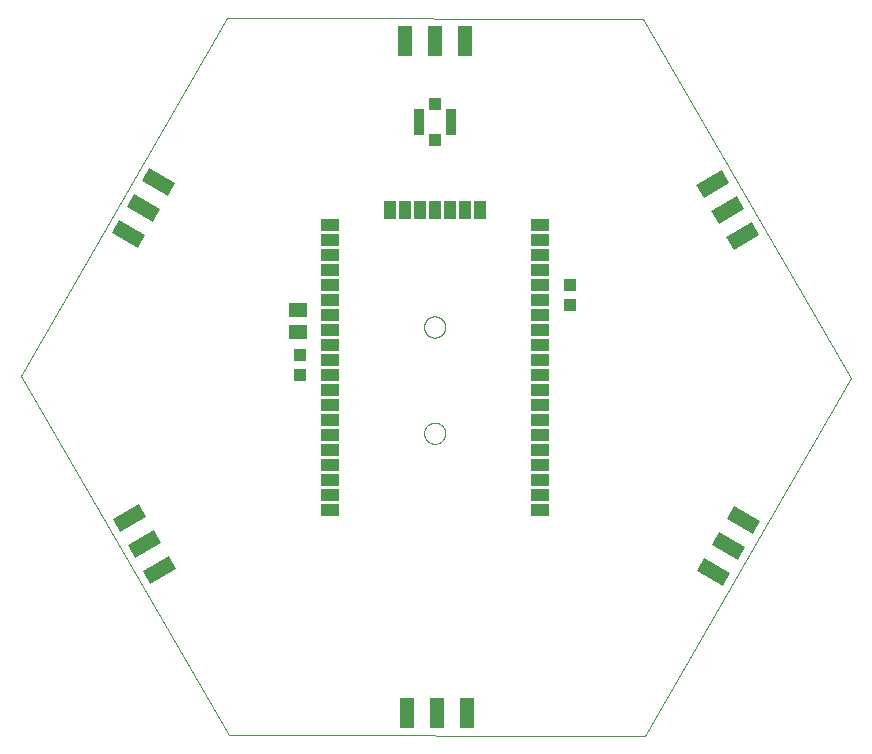
<source format=gbp>
G75*
%MOIN*%
%OFA0B0*%
%FSLAX25Y25*%
%IPPOS*%
%LPD*%
%AMOC8*
5,1,8,0,0,1.08239X$1,22.5*
%
%ADD10C,0.00000*%
%ADD11R,0.05906X0.05118*%
%ADD12R,0.03937X0.04331*%
%ADD13R,0.05000X0.10000*%
%ADD14R,0.10000X0.05000*%
%ADD15R,0.04331X0.03937*%
%ADD16R,0.06000X0.04000*%
%ADD17R,0.04000X0.06000*%
%ADD18R,0.03346X0.08661*%
%ADD19R,0.03937X0.04134*%
D10*
X0156177Y0131750D02*
X0294617Y0131378D01*
X0363514Y0250712D01*
X0293972Y0370419D01*
X0155532Y0370791D01*
X0086634Y0251457D01*
X0156177Y0131750D01*
X0221063Y0232287D02*
X0221065Y0232405D01*
X0221071Y0232524D01*
X0221081Y0232642D01*
X0221095Y0232759D01*
X0221112Y0232876D01*
X0221134Y0232993D01*
X0221160Y0233108D01*
X0221189Y0233223D01*
X0221222Y0233337D01*
X0221259Y0233449D01*
X0221300Y0233560D01*
X0221344Y0233670D01*
X0221392Y0233778D01*
X0221444Y0233885D01*
X0221499Y0233990D01*
X0221558Y0234093D01*
X0221620Y0234193D01*
X0221685Y0234292D01*
X0221754Y0234389D01*
X0221825Y0234483D01*
X0221900Y0234574D01*
X0221978Y0234664D01*
X0222059Y0234750D01*
X0222143Y0234834D01*
X0222229Y0234915D01*
X0222319Y0234993D01*
X0222410Y0235068D01*
X0222504Y0235139D01*
X0222601Y0235208D01*
X0222700Y0235273D01*
X0222800Y0235335D01*
X0222903Y0235394D01*
X0223008Y0235449D01*
X0223115Y0235501D01*
X0223223Y0235549D01*
X0223333Y0235593D01*
X0223444Y0235634D01*
X0223556Y0235671D01*
X0223670Y0235704D01*
X0223785Y0235733D01*
X0223900Y0235759D01*
X0224017Y0235781D01*
X0224134Y0235798D01*
X0224251Y0235812D01*
X0224369Y0235822D01*
X0224488Y0235828D01*
X0224606Y0235830D01*
X0224724Y0235828D01*
X0224843Y0235822D01*
X0224961Y0235812D01*
X0225078Y0235798D01*
X0225195Y0235781D01*
X0225312Y0235759D01*
X0225427Y0235733D01*
X0225542Y0235704D01*
X0225656Y0235671D01*
X0225768Y0235634D01*
X0225879Y0235593D01*
X0225989Y0235549D01*
X0226097Y0235501D01*
X0226204Y0235449D01*
X0226309Y0235394D01*
X0226412Y0235335D01*
X0226512Y0235273D01*
X0226611Y0235208D01*
X0226708Y0235139D01*
X0226802Y0235068D01*
X0226893Y0234993D01*
X0226983Y0234915D01*
X0227069Y0234834D01*
X0227153Y0234750D01*
X0227234Y0234664D01*
X0227312Y0234574D01*
X0227387Y0234483D01*
X0227458Y0234389D01*
X0227527Y0234292D01*
X0227592Y0234193D01*
X0227654Y0234093D01*
X0227713Y0233990D01*
X0227768Y0233885D01*
X0227820Y0233778D01*
X0227868Y0233670D01*
X0227912Y0233560D01*
X0227953Y0233449D01*
X0227990Y0233337D01*
X0228023Y0233223D01*
X0228052Y0233108D01*
X0228078Y0232993D01*
X0228100Y0232876D01*
X0228117Y0232759D01*
X0228131Y0232642D01*
X0228141Y0232524D01*
X0228147Y0232405D01*
X0228149Y0232287D01*
X0228147Y0232169D01*
X0228141Y0232050D01*
X0228131Y0231932D01*
X0228117Y0231815D01*
X0228100Y0231698D01*
X0228078Y0231581D01*
X0228052Y0231466D01*
X0228023Y0231351D01*
X0227990Y0231237D01*
X0227953Y0231125D01*
X0227912Y0231014D01*
X0227868Y0230904D01*
X0227820Y0230796D01*
X0227768Y0230689D01*
X0227713Y0230584D01*
X0227654Y0230481D01*
X0227592Y0230381D01*
X0227527Y0230282D01*
X0227458Y0230185D01*
X0227387Y0230091D01*
X0227312Y0230000D01*
X0227234Y0229910D01*
X0227153Y0229824D01*
X0227069Y0229740D01*
X0226983Y0229659D01*
X0226893Y0229581D01*
X0226802Y0229506D01*
X0226708Y0229435D01*
X0226611Y0229366D01*
X0226512Y0229301D01*
X0226412Y0229239D01*
X0226309Y0229180D01*
X0226204Y0229125D01*
X0226097Y0229073D01*
X0225989Y0229025D01*
X0225879Y0228981D01*
X0225768Y0228940D01*
X0225656Y0228903D01*
X0225542Y0228870D01*
X0225427Y0228841D01*
X0225312Y0228815D01*
X0225195Y0228793D01*
X0225078Y0228776D01*
X0224961Y0228762D01*
X0224843Y0228752D01*
X0224724Y0228746D01*
X0224606Y0228744D01*
X0224488Y0228746D01*
X0224369Y0228752D01*
X0224251Y0228762D01*
X0224134Y0228776D01*
X0224017Y0228793D01*
X0223900Y0228815D01*
X0223785Y0228841D01*
X0223670Y0228870D01*
X0223556Y0228903D01*
X0223444Y0228940D01*
X0223333Y0228981D01*
X0223223Y0229025D01*
X0223115Y0229073D01*
X0223008Y0229125D01*
X0222903Y0229180D01*
X0222800Y0229239D01*
X0222700Y0229301D01*
X0222601Y0229366D01*
X0222504Y0229435D01*
X0222410Y0229506D01*
X0222319Y0229581D01*
X0222229Y0229659D01*
X0222143Y0229740D01*
X0222059Y0229824D01*
X0221978Y0229910D01*
X0221900Y0230000D01*
X0221825Y0230091D01*
X0221754Y0230185D01*
X0221685Y0230282D01*
X0221620Y0230381D01*
X0221558Y0230481D01*
X0221499Y0230584D01*
X0221444Y0230689D01*
X0221392Y0230796D01*
X0221344Y0230904D01*
X0221300Y0231014D01*
X0221259Y0231125D01*
X0221222Y0231237D01*
X0221189Y0231351D01*
X0221160Y0231466D01*
X0221134Y0231581D01*
X0221112Y0231698D01*
X0221095Y0231815D01*
X0221081Y0231932D01*
X0221071Y0232050D01*
X0221065Y0232169D01*
X0221063Y0232287D01*
X0221063Y0267720D02*
X0221065Y0267838D01*
X0221071Y0267957D01*
X0221081Y0268075D01*
X0221095Y0268192D01*
X0221112Y0268309D01*
X0221134Y0268426D01*
X0221160Y0268541D01*
X0221189Y0268656D01*
X0221222Y0268770D01*
X0221259Y0268882D01*
X0221300Y0268993D01*
X0221344Y0269103D01*
X0221392Y0269211D01*
X0221444Y0269318D01*
X0221499Y0269423D01*
X0221558Y0269526D01*
X0221620Y0269626D01*
X0221685Y0269725D01*
X0221754Y0269822D01*
X0221825Y0269916D01*
X0221900Y0270007D01*
X0221978Y0270097D01*
X0222059Y0270183D01*
X0222143Y0270267D01*
X0222229Y0270348D01*
X0222319Y0270426D01*
X0222410Y0270501D01*
X0222504Y0270572D01*
X0222601Y0270641D01*
X0222700Y0270706D01*
X0222800Y0270768D01*
X0222903Y0270827D01*
X0223008Y0270882D01*
X0223115Y0270934D01*
X0223223Y0270982D01*
X0223333Y0271026D01*
X0223444Y0271067D01*
X0223556Y0271104D01*
X0223670Y0271137D01*
X0223785Y0271166D01*
X0223900Y0271192D01*
X0224017Y0271214D01*
X0224134Y0271231D01*
X0224251Y0271245D01*
X0224369Y0271255D01*
X0224488Y0271261D01*
X0224606Y0271263D01*
X0224724Y0271261D01*
X0224843Y0271255D01*
X0224961Y0271245D01*
X0225078Y0271231D01*
X0225195Y0271214D01*
X0225312Y0271192D01*
X0225427Y0271166D01*
X0225542Y0271137D01*
X0225656Y0271104D01*
X0225768Y0271067D01*
X0225879Y0271026D01*
X0225989Y0270982D01*
X0226097Y0270934D01*
X0226204Y0270882D01*
X0226309Y0270827D01*
X0226412Y0270768D01*
X0226512Y0270706D01*
X0226611Y0270641D01*
X0226708Y0270572D01*
X0226802Y0270501D01*
X0226893Y0270426D01*
X0226983Y0270348D01*
X0227069Y0270267D01*
X0227153Y0270183D01*
X0227234Y0270097D01*
X0227312Y0270007D01*
X0227387Y0269916D01*
X0227458Y0269822D01*
X0227527Y0269725D01*
X0227592Y0269626D01*
X0227654Y0269526D01*
X0227713Y0269423D01*
X0227768Y0269318D01*
X0227820Y0269211D01*
X0227868Y0269103D01*
X0227912Y0268993D01*
X0227953Y0268882D01*
X0227990Y0268770D01*
X0228023Y0268656D01*
X0228052Y0268541D01*
X0228078Y0268426D01*
X0228100Y0268309D01*
X0228117Y0268192D01*
X0228131Y0268075D01*
X0228141Y0267957D01*
X0228147Y0267838D01*
X0228149Y0267720D01*
X0228147Y0267602D01*
X0228141Y0267483D01*
X0228131Y0267365D01*
X0228117Y0267248D01*
X0228100Y0267131D01*
X0228078Y0267014D01*
X0228052Y0266899D01*
X0228023Y0266784D01*
X0227990Y0266670D01*
X0227953Y0266558D01*
X0227912Y0266447D01*
X0227868Y0266337D01*
X0227820Y0266229D01*
X0227768Y0266122D01*
X0227713Y0266017D01*
X0227654Y0265914D01*
X0227592Y0265814D01*
X0227527Y0265715D01*
X0227458Y0265618D01*
X0227387Y0265524D01*
X0227312Y0265433D01*
X0227234Y0265343D01*
X0227153Y0265257D01*
X0227069Y0265173D01*
X0226983Y0265092D01*
X0226893Y0265014D01*
X0226802Y0264939D01*
X0226708Y0264868D01*
X0226611Y0264799D01*
X0226512Y0264734D01*
X0226412Y0264672D01*
X0226309Y0264613D01*
X0226204Y0264558D01*
X0226097Y0264506D01*
X0225989Y0264458D01*
X0225879Y0264414D01*
X0225768Y0264373D01*
X0225656Y0264336D01*
X0225542Y0264303D01*
X0225427Y0264274D01*
X0225312Y0264248D01*
X0225195Y0264226D01*
X0225078Y0264209D01*
X0224961Y0264195D01*
X0224843Y0264185D01*
X0224724Y0264179D01*
X0224606Y0264177D01*
X0224488Y0264179D01*
X0224369Y0264185D01*
X0224251Y0264195D01*
X0224134Y0264209D01*
X0224017Y0264226D01*
X0223900Y0264248D01*
X0223785Y0264274D01*
X0223670Y0264303D01*
X0223556Y0264336D01*
X0223444Y0264373D01*
X0223333Y0264414D01*
X0223223Y0264458D01*
X0223115Y0264506D01*
X0223008Y0264558D01*
X0222903Y0264613D01*
X0222800Y0264672D01*
X0222700Y0264734D01*
X0222601Y0264799D01*
X0222504Y0264868D01*
X0222410Y0264939D01*
X0222319Y0265014D01*
X0222229Y0265092D01*
X0222143Y0265173D01*
X0222059Y0265257D01*
X0221978Y0265343D01*
X0221900Y0265433D01*
X0221825Y0265524D01*
X0221754Y0265618D01*
X0221685Y0265715D01*
X0221620Y0265814D01*
X0221558Y0265914D01*
X0221499Y0266017D01*
X0221444Y0266122D01*
X0221392Y0266229D01*
X0221344Y0266337D01*
X0221300Y0266447D01*
X0221259Y0266558D01*
X0221222Y0266670D01*
X0221189Y0266784D01*
X0221160Y0266899D01*
X0221134Y0267014D01*
X0221112Y0267131D01*
X0221095Y0267248D01*
X0221081Y0267365D01*
X0221071Y0267483D01*
X0221065Y0267602D01*
X0221063Y0267720D01*
D11*
X0179174Y0265922D03*
X0179174Y0273402D03*
D12*
X0179875Y0258260D03*
X0179875Y0251567D03*
D13*
X0215397Y0139064D03*
X0225397Y0139064D03*
X0235397Y0139064D03*
X0234752Y0363105D03*
X0224752Y0363105D03*
X0214752Y0363105D03*
D14*
G36*
X0135658Y0311369D02*
X0126998Y0316368D01*
X0129498Y0320699D01*
X0138158Y0315700D01*
X0135658Y0311369D01*
G37*
G36*
X0130658Y0302709D02*
X0121998Y0307708D01*
X0124498Y0312039D01*
X0133158Y0307040D01*
X0130658Y0302709D01*
G37*
G36*
X0125658Y0294049D02*
X0116998Y0299048D01*
X0119498Y0303379D01*
X0128158Y0298380D01*
X0125658Y0294049D01*
G37*
G36*
X0128481Y0204348D02*
X0119821Y0199349D01*
X0117321Y0203680D01*
X0125981Y0208679D01*
X0128481Y0204348D01*
G37*
G36*
X0133481Y0195688D02*
X0124821Y0190689D01*
X0122321Y0195020D01*
X0130981Y0200019D01*
X0133481Y0195688D01*
G37*
G36*
X0138481Y0187027D02*
X0129821Y0182028D01*
X0127321Y0186359D01*
X0135981Y0191358D01*
X0138481Y0187027D01*
G37*
G36*
X0314490Y0190800D02*
X0323150Y0185801D01*
X0320650Y0181470D01*
X0311990Y0186469D01*
X0314490Y0190800D01*
G37*
G36*
X0319490Y0199460D02*
X0328150Y0194461D01*
X0325650Y0190130D01*
X0316990Y0195129D01*
X0319490Y0199460D01*
G37*
G36*
X0324490Y0208120D02*
X0333150Y0203121D01*
X0330650Y0198790D01*
X0321990Y0203789D01*
X0324490Y0208120D01*
G37*
G36*
X0321713Y0297758D02*
X0330373Y0302757D01*
X0332873Y0298426D01*
X0324213Y0293427D01*
X0321713Y0297758D01*
G37*
G36*
X0316713Y0306418D02*
X0325373Y0311417D01*
X0327873Y0307086D01*
X0319213Y0302087D01*
X0316713Y0306418D01*
G37*
G36*
X0311713Y0315078D02*
X0320373Y0320077D01*
X0322873Y0315746D01*
X0314213Y0310747D01*
X0311713Y0315078D01*
G37*
D15*
X0269875Y0281760D03*
X0269875Y0275067D03*
D16*
X0259687Y0276719D03*
X0259687Y0271719D03*
X0259687Y0266719D03*
X0259687Y0261719D03*
X0259687Y0256719D03*
X0259687Y0251719D03*
X0259687Y0246719D03*
X0259687Y0241719D03*
X0259687Y0236719D03*
X0259687Y0231719D03*
X0259687Y0226719D03*
X0259687Y0221719D03*
X0259687Y0216719D03*
X0259687Y0211719D03*
X0259687Y0206719D03*
X0189687Y0206719D03*
X0189687Y0211719D03*
X0189687Y0216719D03*
X0189687Y0221719D03*
X0189687Y0226719D03*
X0189687Y0231719D03*
X0189687Y0236719D03*
X0189687Y0241719D03*
X0189687Y0246719D03*
X0189687Y0251719D03*
X0189687Y0256719D03*
X0189687Y0261719D03*
X0189687Y0266719D03*
X0189687Y0271719D03*
X0189687Y0276719D03*
X0189687Y0281719D03*
X0189687Y0286719D03*
X0189687Y0291719D03*
X0189687Y0296719D03*
X0189687Y0301719D03*
X0259687Y0301719D03*
X0259687Y0296719D03*
X0259687Y0291719D03*
X0259687Y0286719D03*
X0259687Y0281719D03*
D17*
X0239687Y0306719D03*
X0234687Y0306719D03*
X0229687Y0306719D03*
X0224687Y0306719D03*
X0219687Y0306719D03*
X0214687Y0306719D03*
X0209687Y0306719D03*
D18*
X0219218Y0335913D03*
X0230045Y0335913D03*
D19*
X0224631Y0329909D03*
X0224631Y0341917D03*
M02*

</source>
